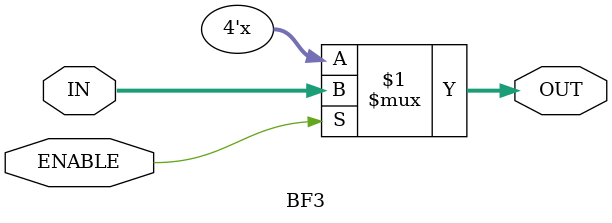
<source format=v>
module BF3(input wire ENABLE, input wire [3:0]IN, output wire [3:0]OUT);
	assign OUT = ENABLE ? IN : 4'bz;
endmodule

</source>
